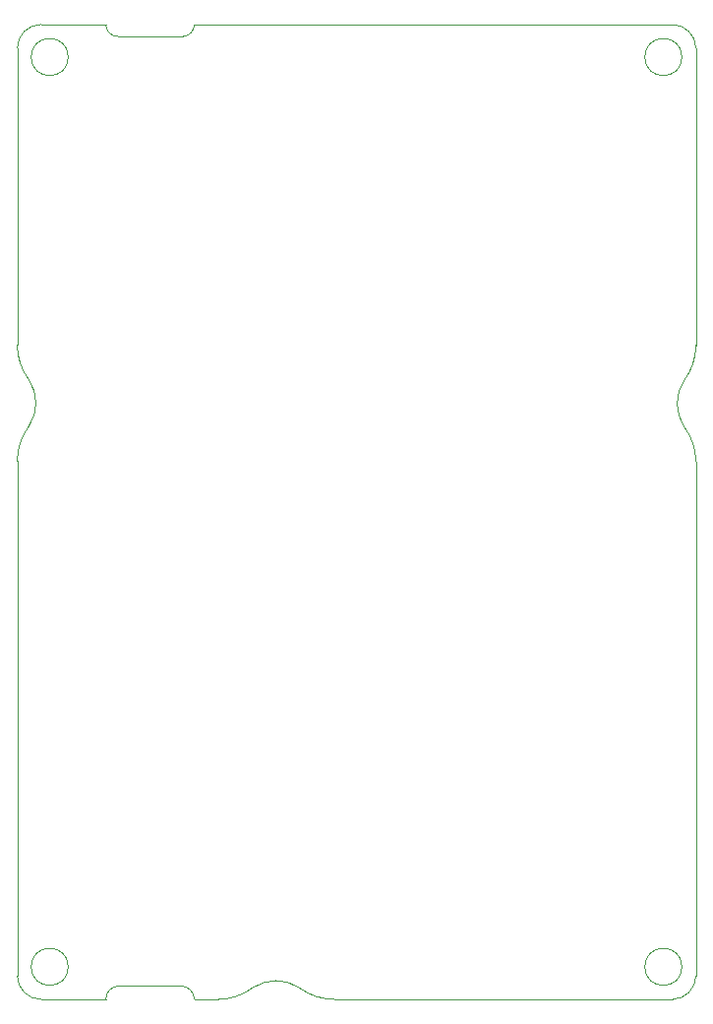
<source format=gbr>
G04 #@! TF.GenerationSoftware,KiCad,Pcbnew,5.1.5+dfsg1-2build2*
G04 #@! TF.CreationDate,2023-01-27T18:54:43+01:00*
G04 #@! TF.ProjectId,rp2040-launchpad-PCB,72703230-3430-42d6-9c61-756e63687061,rev?*
G04 #@! TF.SameCoordinates,Original*
G04 #@! TF.FileFunction,Profile,NP*
%FSLAX46Y46*%
G04 Gerber Fmt 4.6, Leading zero omitted, Abs format (unit mm)*
G04 Created by KiCad (PCBNEW 5.1.5+dfsg1-2build2) date 2023-01-27 18:54:43*
%MOMM*%
%LPD*%
G04 APERTURE LIST*
%ADD10C,0.050000*%
G04 APERTURE END LIST*
D10*
X168910000Y-94869000D02*
X168908482Y-94899372D01*
X168910000Y-149098000D02*
X168910000Y-104902000D01*
X168910000Y-69342000D02*
X168910000Y-94869000D01*
X110490000Y-104856630D02*
X110490000Y-149098000D01*
X137764628Y-151128482D02*
X166878000Y-151130000D01*
X125730000Y-151130000D02*
X127762000Y-151130000D01*
X119126000Y-68326000D02*
X124714000Y-68326000D01*
X119126000Y-68326000D02*
G75*
G02X118110000Y-67310000I0J1016000D01*
G01*
X125730000Y-67310000D02*
G75*
G02X124714000Y-68326000I-1016000J0D01*
G01*
X130762000Y-150130000D02*
G75*
G02X127762000Y-151130000I-3000000J4000000D01*
G01*
X130761999Y-150130000D02*
G75*
G02X134761998Y-150130000I2000000J-2999999D01*
G01*
X137764628Y-151128481D02*
G75*
G02X134761998Y-150130000I-2630J5006080D01*
G01*
X125730000Y-67310000D02*
X166878000Y-67310000D01*
X112522000Y-67310000D02*
X118110000Y-67310000D01*
X110490000Y-69342000D02*
X110490000Y-94854002D01*
X166878000Y-67310000D02*
G75*
G02X168910000Y-69342000I0J-2032000D01*
G01*
X110490000Y-69342000D02*
G75*
G02X112522000Y-67310000I2032000J0D01*
G01*
X167716000Y-70104000D02*
G75*
G03X167716000Y-70104000I-1600000J0D01*
G01*
X114884000Y-70104000D02*
G75*
G03X114884000Y-70104000I-1600000J0D01*
G01*
X124587000Y-149987000D02*
X119253000Y-149987000D01*
X124587000Y-149987000D02*
G75*
G02X125730000Y-151130000I0J-1143000D01*
G01*
X118110000Y-151130000D02*
G75*
G02X119253000Y-149987000I1143000J0D01*
G01*
X112522000Y-151130000D02*
X118110000Y-151130000D01*
X111490000Y-97854002D02*
G75*
G02X110490000Y-94854002I4000000J3000000D01*
G01*
X111488482Y-97854001D02*
G75*
G02X111488482Y-101854000I-2999999J-2000000D01*
G01*
X110490001Y-104856630D02*
G75*
G02X111488482Y-101854000I5006080J2630D01*
G01*
X167910000Y-101902000D02*
G75*
G02X168910000Y-104902000I-4000000J-3000000D01*
G01*
X167910000Y-101902001D02*
G75*
G02X167910000Y-97902002I2999999J2000000D01*
G01*
X168908481Y-94899372D02*
G75*
G02X167910000Y-97902002I-5006080J-2630D01*
G01*
X168910000Y-149098000D02*
G75*
G02X166878000Y-151130000I-2032000J0D01*
G01*
X167716000Y-148336000D02*
G75*
G03X167716000Y-148336000I-1600000J0D01*
G01*
X112522000Y-151130000D02*
G75*
G02X110490000Y-149098000I0J2032000D01*
G01*
X114884000Y-148336000D02*
G75*
G03X114884000Y-148336000I-1600000J0D01*
G01*
M02*

</source>
